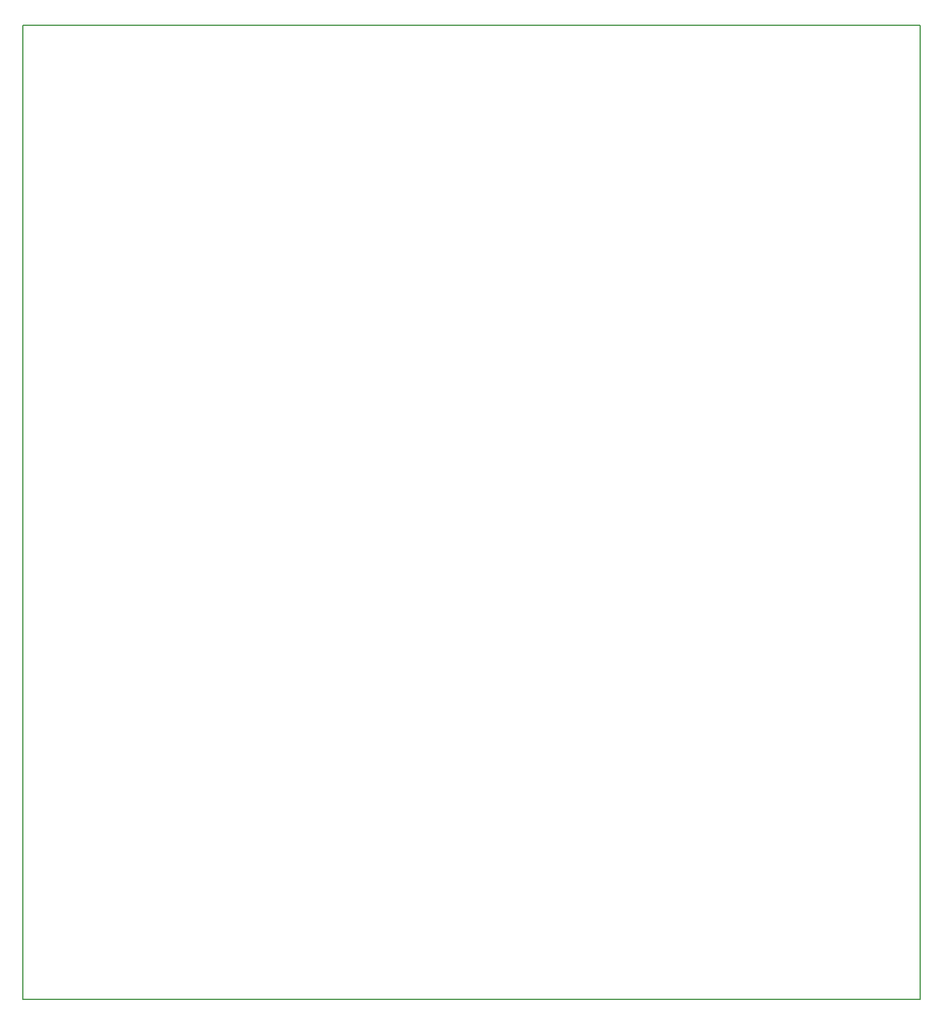
<source format=gm1>
G04 #@! TF.FileFunction,Profile,NP*
%FSLAX46Y46*%
G04 Gerber Fmt 4.6, Leading zero omitted, Abs format (unit mm)*
G04 Created by KiCad (PCBNEW 4.0.7) date 10/21/18 22:59:09*
%MOMM*%
%LPD*%
G01*
G04 APERTURE LIST*
%ADD10C,0.100000*%
%ADD11C,0.150000*%
G04 APERTURE END LIST*
D10*
D11*
X40005000Y-33020000D02*
X43815000Y-33020000D01*
X40005000Y-170180000D02*
X40005000Y-33020000D01*
X43815000Y-170180000D02*
X40005000Y-170180000D01*
X166370000Y-170180000D02*
X166370000Y-138430000D01*
X43815000Y-170180000D02*
X166370000Y-170180000D01*
X166370000Y-33020000D02*
X43815000Y-33020000D01*
X166370000Y-138430000D02*
X166370000Y-33020000D01*
M02*

</source>
